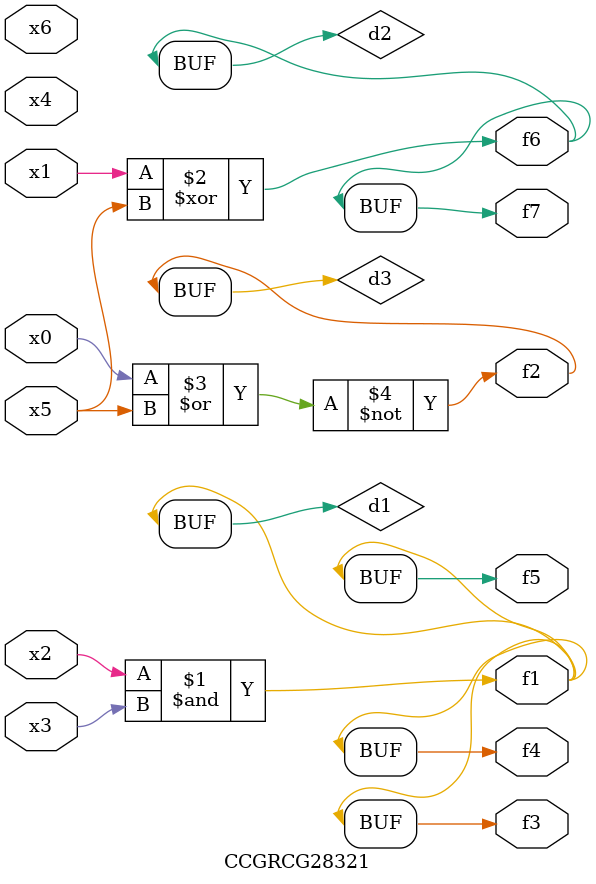
<source format=v>
module CCGRCG28321(
	input x0, x1, x2, x3, x4, x5, x6,
	output f1, f2, f3, f4, f5, f6, f7
);

	wire d1, d2, d3;

	and (d1, x2, x3);
	xor (d2, x1, x5);
	nor (d3, x0, x5);
	assign f1 = d1;
	assign f2 = d3;
	assign f3 = d1;
	assign f4 = d1;
	assign f5 = d1;
	assign f6 = d2;
	assign f7 = d2;
endmodule

</source>
